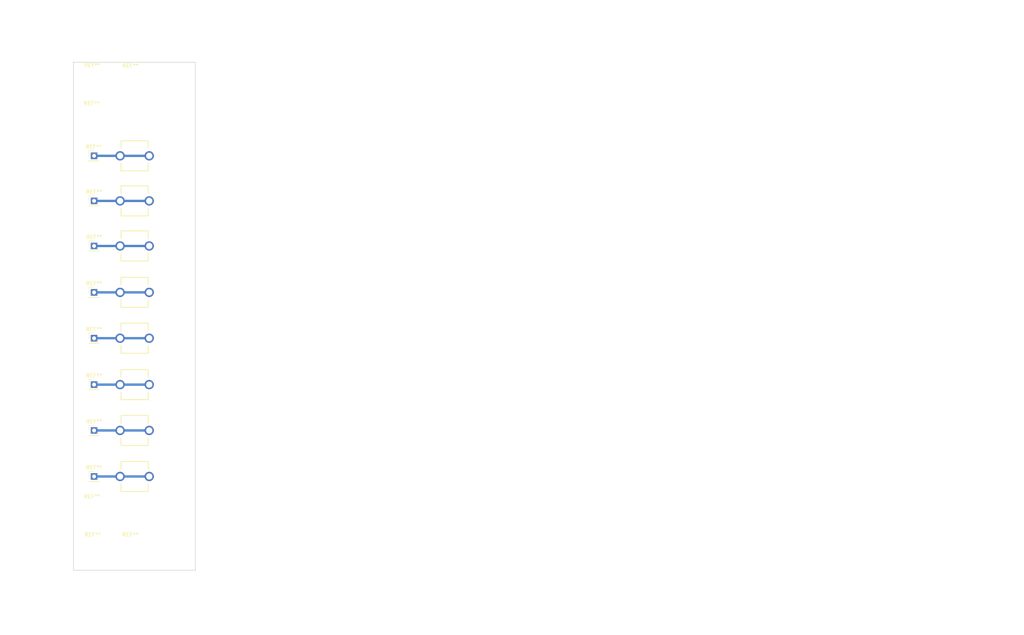
<source format=kicad_pcb>
(kicad_pcb (version 20170123) (host pcbnew "(2017-07-14 revision 22e95aa)-master")

  (general
    (thickness 1.6)
    (drawings 22)
    (tracks 20)
    (zones 0)
    (modules 22)
    (nets 1)
  )

  (page A4)
  (layers
    (0 F.Cu signal)
    (31 B.Cu signal)
    (32 B.Adhes user)
    (33 F.Adhes user)
    (34 B.Paste user)
    (35 F.Paste user)
    (36 B.SilkS user)
    (37 F.SilkS user)
    (38 B.Mask user)
    (39 F.Mask user)
    (40 Dwgs.User user)
    (41 Cmts.User user)
    (42 Eco1.User user)
    (43 Eco2.User user)
    (44 Edge.Cuts user)
    (45 Margin user)
    (46 B.CrtYd user)
    (47 F.CrtYd user)
    (48 B.Fab user)
    (49 F.Fab user)
  )

  (setup
    (last_trace_width 0.6)
    (trace_clearance 0.2)
    (zone_clearance 0.508)
    (zone_45_only no)
    (trace_min 0.2)
    (segment_width 0.2)
    (edge_width 0.15)
    (via_size 0.8)
    (via_drill 0.4)
    (via_min_size 0.4)
    (via_min_drill 0.3)
    (uvia_size 0.3)
    (uvia_drill 0.1)
    (uvias_allowed no)
    (uvia_min_size 0.2)
    (uvia_min_drill 0.1)
    (pcb_text_width 0.3)
    (pcb_text_size 1.5 1.5)
    (mod_edge_width 0.15)
    (mod_text_size 1 1)
    (mod_text_width 0.15)
    (pad_size 1.7 1.7)
    (pad_drill 1)
    (pad_to_mask_clearance 0.2)
    (aux_axis_origin 0 0)
    (visible_elements 7FFFFFFF)
    (pcbplotparams
      (layerselection 0x00030_ffffffff)
      (usegerberextensions false)
      (excludeedgelayer true)
      (linewidth 0.100000)
      (plotframeref false)
      (viasonmask false)
      (mode 1)
      (useauxorigin false)
      (hpglpennumber 1)
      (hpglpenspeed 20)
      (hpglpendiameter 15)
      (psnegative false)
      (psa4output false)
      (plotreference true)
      (plotvalue true)
      (plotinvisibletext false)
      (padsonsilk false)
      (subtractmaskfromsilk false)
      (outputformat 1)
      (mirror false)
      (drillshape 1)
      (scaleselection 1)
      (outputdirectory /root/projects/shift_register/core-crt-muon/muon_geiger/geiger_mounts/))
  )

  (net 0 "")

  (net_class Default "This is the default net class."
    (clearance 0.2)
    (trace_width 0.6)
    (via_dia 0.8)
    (via_drill 0.4)
    (uvia_dia 0.3)
    (uvia_drill 0.1)
  )

  (module Pin_Headers:Pin_Header_Straight_1x01_Pitch2.54mm (layer F.Cu) (tedit 59650532) (tstamp 598015D7)
    (at 36 144.55)
    (descr "Through hole straight pin header, 1x01, 2.54mm pitch, single row")
    (tags "Through hole pin header THT 1x01 2.54mm single row")
    (fp_text reference REF** (at 0 -2.33) (layer F.SilkS)
      (effects (font (size 1 1) (thickness 0.15)))
    )
    (fp_text value Pin_Header_Straight_1x01_Pitch2.54mm (at 0 2.33) (layer F.Fab)
      (effects (font (size 1 1) (thickness 0.15)))
    )
    (fp_text user %R (at 0 0 90) (layer F.Fab)
      (effects (font (size 1 1) (thickness 0.15)))
    )
    (fp_line (start 1.8 -1.8) (end -1.8 -1.8) (layer F.CrtYd) (width 0.05))
    (fp_line (start 1.8 1.8) (end 1.8 -1.8) (layer F.CrtYd) (width 0.05))
    (fp_line (start -1.8 1.8) (end 1.8 1.8) (layer F.CrtYd) (width 0.05))
    (fp_line (start -1.8 -1.8) (end -1.8 1.8) (layer F.CrtYd) (width 0.05))
    (fp_line (start -1.33 -1.33) (end 0 -1.33) (layer F.SilkS) (width 0.12))
    (fp_line (start -1.33 0) (end -1.33 -1.33) (layer F.SilkS) (width 0.12))
    (fp_line (start -1.33 1.27) (end 1.33 1.27) (layer F.SilkS) (width 0.12))
    (fp_line (start 1.33 1.27) (end 1.33 1.33) (layer F.SilkS) (width 0.12))
    (fp_line (start -1.33 1.27) (end -1.33 1.33) (layer F.SilkS) (width 0.12))
    (fp_line (start -1.33 1.33) (end 1.33 1.33) (layer F.SilkS) (width 0.12))
    (fp_line (start -1.27 -0.635) (end -0.635 -1.27) (layer F.Fab) (width 0.1))
    (fp_line (start -1.27 1.27) (end -1.27 -0.635) (layer F.Fab) (width 0.1))
    (fp_line (start 1.27 1.27) (end -1.27 1.27) (layer F.Fab) (width 0.1))
    (fp_line (start 1.27 -1.27) (end 1.27 1.27) (layer F.Fab) (width 0.1))
    (fp_line (start -0.635 -1.27) (end 1.27 -1.27) (layer F.Fab) (width 0.1))
    (pad 1 thru_hole rect (at 0 0) (size 1.7 1.7) (drill 1) (layers *.Cu *.Mask))
    (model ${KISYS3DMOD}/Pin_Headers.3dshapes/Pin_Header_Straight_1x01_Pitch2.54mm.wrl
      (at (xyz 0 0 0))
      (scale (xyz 1 1 1))
      (rotate (xyz 0 0 0))
    )
  )

  (module Pin_Headers:Pin_Header_Straight_1x01_Pitch2.54mm (layer F.Cu) (tedit 59650532) (tstamp 598015C2)
    (at 36 132.5)
    (descr "Through hole straight pin header, 1x01, 2.54mm pitch, single row")
    (tags "Through hole pin header THT 1x01 2.54mm single row")
    (fp_text reference REF** (at 0 -2.33) (layer F.SilkS)
      (effects (font (size 1 1) (thickness 0.15)))
    )
    (fp_text value Pin_Header_Straight_1x01_Pitch2.54mm (at 0 2.33) (layer F.Fab)
      (effects (font (size 1 1) (thickness 0.15)))
    )
    (fp_line (start -0.635 -1.27) (end 1.27 -1.27) (layer F.Fab) (width 0.1))
    (fp_line (start 1.27 -1.27) (end 1.27 1.27) (layer F.Fab) (width 0.1))
    (fp_line (start 1.27 1.27) (end -1.27 1.27) (layer F.Fab) (width 0.1))
    (fp_line (start -1.27 1.27) (end -1.27 -0.635) (layer F.Fab) (width 0.1))
    (fp_line (start -1.27 -0.635) (end -0.635 -1.27) (layer F.Fab) (width 0.1))
    (fp_line (start -1.33 1.33) (end 1.33 1.33) (layer F.SilkS) (width 0.12))
    (fp_line (start -1.33 1.27) (end -1.33 1.33) (layer F.SilkS) (width 0.12))
    (fp_line (start 1.33 1.27) (end 1.33 1.33) (layer F.SilkS) (width 0.12))
    (fp_line (start -1.33 1.27) (end 1.33 1.27) (layer F.SilkS) (width 0.12))
    (fp_line (start -1.33 0) (end -1.33 -1.33) (layer F.SilkS) (width 0.12))
    (fp_line (start -1.33 -1.33) (end 0 -1.33) (layer F.SilkS) (width 0.12))
    (fp_line (start -1.8 -1.8) (end -1.8 1.8) (layer F.CrtYd) (width 0.05))
    (fp_line (start -1.8 1.8) (end 1.8 1.8) (layer F.CrtYd) (width 0.05))
    (fp_line (start 1.8 1.8) (end 1.8 -1.8) (layer F.CrtYd) (width 0.05))
    (fp_line (start 1.8 -1.8) (end -1.8 -1.8) (layer F.CrtYd) (width 0.05))
    (fp_text user %R (at 0 0 90) (layer F.Fab)
      (effects (font (size 1 1) (thickness 0.15)))
    )
    (pad 1 thru_hole rect (at 0 0) (size 1.7 1.7) (drill 1) (layers *.Cu *.Mask))
    (model ${KISYS3DMOD}/Pin_Headers.3dshapes/Pin_Header_Straight_1x01_Pitch2.54mm.wrl
      (at (xyz 0 0 0))
      (scale (xyz 1 1 1))
      (rotate (xyz 0 0 0))
    )
  )

  (module Pin_Headers:Pin_Header_Straight_1x01_Pitch2.54mm (layer F.Cu) (tedit 59650532) (tstamp 598015AD)
    (at 36 120.5)
    (descr "Through hole straight pin header, 1x01, 2.54mm pitch, single row")
    (tags "Through hole pin header THT 1x01 2.54mm single row")
    (fp_text reference REF** (at 0 -2.33) (layer F.SilkS)
      (effects (font (size 1 1) (thickness 0.15)))
    )
    (fp_text value Pin_Header_Straight_1x01_Pitch2.54mm (at 0 2.33) (layer F.Fab)
      (effects (font (size 1 1) (thickness 0.15)))
    )
    (fp_text user %R (at 0 0 90) (layer F.Fab)
      (effects (font (size 1 1) (thickness 0.15)))
    )
    (fp_line (start 1.8 -1.8) (end -1.8 -1.8) (layer F.CrtYd) (width 0.05))
    (fp_line (start 1.8 1.8) (end 1.8 -1.8) (layer F.CrtYd) (width 0.05))
    (fp_line (start -1.8 1.8) (end 1.8 1.8) (layer F.CrtYd) (width 0.05))
    (fp_line (start -1.8 -1.8) (end -1.8 1.8) (layer F.CrtYd) (width 0.05))
    (fp_line (start -1.33 -1.33) (end 0 -1.33) (layer F.SilkS) (width 0.12))
    (fp_line (start -1.33 0) (end -1.33 -1.33) (layer F.SilkS) (width 0.12))
    (fp_line (start -1.33 1.27) (end 1.33 1.27) (layer F.SilkS) (width 0.12))
    (fp_line (start 1.33 1.27) (end 1.33 1.33) (layer F.SilkS) (width 0.12))
    (fp_line (start -1.33 1.27) (end -1.33 1.33) (layer F.SilkS) (width 0.12))
    (fp_line (start -1.33 1.33) (end 1.33 1.33) (layer F.SilkS) (width 0.12))
    (fp_line (start -1.27 -0.635) (end -0.635 -1.27) (layer F.Fab) (width 0.1))
    (fp_line (start -1.27 1.27) (end -1.27 -0.635) (layer F.Fab) (width 0.1))
    (fp_line (start 1.27 1.27) (end -1.27 1.27) (layer F.Fab) (width 0.1))
    (fp_line (start 1.27 -1.27) (end 1.27 1.27) (layer F.Fab) (width 0.1))
    (fp_line (start -0.635 -1.27) (end 1.27 -1.27) (layer F.Fab) (width 0.1))
    (pad 1 thru_hole rect (at 0 0) (size 1.7 1.7) (drill 1) (layers *.Cu *.Mask))
    (model ${KISYS3DMOD}/Pin_Headers.3dshapes/Pin_Header_Straight_1x01_Pitch2.54mm.wrl
      (at (xyz 0 0 0))
      (scale (xyz 1 1 1))
      (rotate (xyz 0 0 0))
    )
  )

  (module Pin_Headers:Pin_Header_Straight_1x01_Pitch2.54mm (layer F.Cu) (tedit 59650532) (tstamp 59801598)
    (at 36 108.35)
    (descr "Through hole straight pin header, 1x01, 2.54mm pitch, single row")
    (tags "Through hole pin header THT 1x01 2.54mm single row")
    (fp_text reference REF** (at 0 -2.33) (layer F.SilkS)
      (effects (font (size 1 1) (thickness 0.15)))
    )
    (fp_text value Pin_Header_Straight_1x01_Pitch2.54mm (at 0 2.33) (layer F.Fab)
      (effects (font (size 1 1) (thickness 0.15)))
    )
    (fp_line (start -0.635 -1.27) (end 1.27 -1.27) (layer F.Fab) (width 0.1))
    (fp_line (start 1.27 -1.27) (end 1.27 1.27) (layer F.Fab) (width 0.1))
    (fp_line (start 1.27 1.27) (end -1.27 1.27) (layer F.Fab) (width 0.1))
    (fp_line (start -1.27 1.27) (end -1.27 -0.635) (layer F.Fab) (width 0.1))
    (fp_line (start -1.27 -0.635) (end -0.635 -1.27) (layer F.Fab) (width 0.1))
    (fp_line (start -1.33 1.33) (end 1.33 1.33) (layer F.SilkS) (width 0.12))
    (fp_line (start -1.33 1.27) (end -1.33 1.33) (layer F.SilkS) (width 0.12))
    (fp_line (start 1.33 1.27) (end 1.33 1.33) (layer F.SilkS) (width 0.12))
    (fp_line (start -1.33 1.27) (end 1.33 1.27) (layer F.SilkS) (width 0.12))
    (fp_line (start -1.33 0) (end -1.33 -1.33) (layer F.SilkS) (width 0.12))
    (fp_line (start -1.33 -1.33) (end 0 -1.33) (layer F.SilkS) (width 0.12))
    (fp_line (start -1.8 -1.8) (end -1.8 1.8) (layer F.CrtYd) (width 0.05))
    (fp_line (start -1.8 1.8) (end 1.8 1.8) (layer F.CrtYd) (width 0.05))
    (fp_line (start 1.8 1.8) (end 1.8 -1.8) (layer F.CrtYd) (width 0.05))
    (fp_line (start 1.8 -1.8) (end -1.8 -1.8) (layer F.CrtYd) (width 0.05))
    (fp_text user %R (at 0 0 90) (layer F.Fab)
      (effects (font (size 1 1) (thickness 0.15)))
    )
    (pad 1 thru_hole rect (at 0 0) (size 1.7 1.7) (drill 1) (layers *.Cu *.Mask))
    (model ${KISYS3DMOD}/Pin_Headers.3dshapes/Pin_Header_Straight_1x01_Pitch2.54mm.wrl
      (at (xyz 0 0 0))
      (scale (xyz 1 1 1))
      (rotate (xyz 0 0 0))
    )
  )

  (module Pin_Headers:Pin_Header_Straight_1x01_Pitch2.54mm (layer F.Cu) (tedit 59650532) (tstamp 59801582)
    (at 36 96.35)
    (descr "Through hole straight pin header, 1x01, 2.54mm pitch, single row")
    (tags "Through hole pin header THT 1x01 2.54mm single row")
    (fp_text reference REF** (at 0 -2.33) (layer F.SilkS)
      (effects (font (size 1 1) (thickness 0.15)))
    )
    (fp_text value Pin_Header_Straight_1x01_Pitch2.54mm (at 0 2.33) (layer F.Fab)
      (effects (font (size 1 1) (thickness 0.15)))
    )
    (fp_text user %R (at 0 0 90) (layer F.Fab)
      (effects (font (size 1 1) (thickness 0.15)))
    )
    (fp_line (start 1.8 -1.8) (end -1.8 -1.8) (layer F.CrtYd) (width 0.05))
    (fp_line (start 1.8 1.8) (end 1.8 -1.8) (layer F.CrtYd) (width 0.05))
    (fp_line (start -1.8 1.8) (end 1.8 1.8) (layer F.CrtYd) (width 0.05))
    (fp_line (start -1.8 -1.8) (end -1.8 1.8) (layer F.CrtYd) (width 0.05))
    (fp_line (start -1.33 -1.33) (end 0 -1.33) (layer F.SilkS) (width 0.12))
    (fp_line (start -1.33 0) (end -1.33 -1.33) (layer F.SilkS) (width 0.12))
    (fp_line (start -1.33 1.27) (end 1.33 1.27) (layer F.SilkS) (width 0.12))
    (fp_line (start 1.33 1.27) (end 1.33 1.33) (layer F.SilkS) (width 0.12))
    (fp_line (start -1.33 1.27) (end -1.33 1.33) (layer F.SilkS) (width 0.12))
    (fp_line (start -1.33 1.33) (end 1.33 1.33) (layer F.SilkS) (width 0.12))
    (fp_line (start -1.27 -0.635) (end -0.635 -1.27) (layer F.Fab) (width 0.1))
    (fp_line (start -1.27 1.27) (end -1.27 -0.635) (layer F.Fab) (width 0.1))
    (fp_line (start 1.27 1.27) (end -1.27 1.27) (layer F.Fab) (width 0.1))
    (fp_line (start 1.27 -1.27) (end 1.27 1.27) (layer F.Fab) (width 0.1))
    (fp_line (start -0.635 -1.27) (end 1.27 -1.27) (layer F.Fab) (width 0.1))
    (pad 1 thru_hole rect (at 0 0) (size 1.7 1.7) (drill 1) (layers *.Cu *.Mask))
    (model ${KISYS3DMOD}/Pin_Headers.3dshapes/Pin_Header_Straight_1x01_Pitch2.54mm.wrl
      (at (xyz 0 0 0))
      (scale (xyz 1 1 1))
      (rotate (xyz 0 0 0))
    )
  )

  (module Pin_Headers:Pin_Header_Straight_1x01_Pitch2.54mm (layer F.Cu) (tedit 59650532) (tstamp 5980156D)
    (at 36 84.2)
    (descr "Through hole straight pin header, 1x01, 2.54mm pitch, single row")
    (tags "Through hole pin header THT 1x01 2.54mm single row")
    (fp_text reference REF** (at 0 -2.33) (layer F.SilkS)
      (effects (font (size 1 1) (thickness 0.15)))
    )
    (fp_text value Pin_Header_Straight_1x01_Pitch2.54mm (at 0 2.33) (layer F.Fab)
      (effects (font (size 1 1) (thickness 0.15)))
    )
    (fp_line (start -0.635 -1.27) (end 1.27 -1.27) (layer F.Fab) (width 0.1))
    (fp_line (start 1.27 -1.27) (end 1.27 1.27) (layer F.Fab) (width 0.1))
    (fp_line (start 1.27 1.27) (end -1.27 1.27) (layer F.Fab) (width 0.1))
    (fp_line (start -1.27 1.27) (end -1.27 -0.635) (layer F.Fab) (width 0.1))
    (fp_line (start -1.27 -0.635) (end -0.635 -1.27) (layer F.Fab) (width 0.1))
    (fp_line (start -1.33 1.33) (end 1.33 1.33) (layer F.SilkS) (width 0.12))
    (fp_line (start -1.33 1.27) (end -1.33 1.33) (layer F.SilkS) (width 0.12))
    (fp_line (start 1.33 1.27) (end 1.33 1.33) (layer F.SilkS) (width 0.12))
    (fp_line (start -1.33 1.27) (end 1.33 1.27) (layer F.SilkS) (width 0.12))
    (fp_line (start -1.33 0) (end -1.33 -1.33) (layer F.SilkS) (width 0.12))
    (fp_line (start -1.33 -1.33) (end 0 -1.33) (layer F.SilkS) (width 0.12))
    (fp_line (start -1.8 -1.8) (end -1.8 1.8) (layer F.CrtYd) (width 0.05))
    (fp_line (start -1.8 1.8) (end 1.8 1.8) (layer F.CrtYd) (width 0.05))
    (fp_line (start 1.8 1.8) (end 1.8 -1.8) (layer F.CrtYd) (width 0.05))
    (fp_line (start 1.8 -1.8) (end -1.8 -1.8) (layer F.CrtYd) (width 0.05))
    (fp_text user %R (at 0 0 90) (layer F.Fab)
      (effects (font (size 1 1) (thickness 0.15)))
    )
    (pad 1 thru_hole rect (at 0 0) (size 1.7 1.7) (drill 1) (layers *.Cu *.Mask))
    (model ${KISYS3DMOD}/Pin_Headers.3dshapes/Pin_Header_Straight_1x01_Pitch2.54mm.wrl
      (at (xyz 0 0 0))
      (scale (xyz 1 1 1))
      (rotate (xyz 0 0 0))
    )
  )

  (module Pin_Headers:Pin_Header_Straight_1x01_Pitch2.54mm (layer F.Cu) (tedit 59650532) (tstamp 59801551)
    (at 36 72.4)
    (descr "Through hole straight pin header, 1x01, 2.54mm pitch, single row")
    (tags "Through hole pin header THT 1x01 2.54mm single row")
    (fp_text reference REF** (at 0 -2.33) (layer F.SilkS)
      (effects (font (size 1 1) (thickness 0.15)))
    )
    (fp_text value Pin_Header_Straight_1x01_Pitch2.54mm (at 0 2.33) (layer F.Fab)
      (effects (font (size 1 1) (thickness 0.15)))
    )
    (fp_line (start -0.635 -1.27) (end 1.27 -1.27) (layer F.Fab) (width 0.1))
    (fp_line (start 1.27 -1.27) (end 1.27 1.27) (layer F.Fab) (width 0.1))
    (fp_line (start 1.27 1.27) (end -1.27 1.27) (layer F.Fab) (width 0.1))
    (fp_line (start -1.27 1.27) (end -1.27 -0.635) (layer F.Fab) (width 0.1))
    (fp_line (start -1.27 -0.635) (end -0.635 -1.27) (layer F.Fab) (width 0.1))
    (fp_line (start -1.33 1.33) (end 1.33 1.33) (layer F.SilkS) (width 0.12))
    (fp_line (start -1.33 1.27) (end -1.33 1.33) (layer F.SilkS) (width 0.12))
    (fp_line (start 1.33 1.27) (end 1.33 1.33) (layer F.SilkS) (width 0.12))
    (fp_line (start -1.33 1.27) (end 1.33 1.27) (layer F.SilkS) (width 0.12))
    (fp_line (start -1.33 0) (end -1.33 -1.33) (layer F.SilkS) (width 0.12))
    (fp_line (start -1.33 -1.33) (end 0 -1.33) (layer F.SilkS) (width 0.12))
    (fp_line (start -1.8 -1.8) (end -1.8 1.8) (layer F.CrtYd) (width 0.05))
    (fp_line (start -1.8 1.8) (end 1.8 1.8) (layer F.CrtYd) (width 0.05))
    (fp_line (start 1.8 1.8) (end 1.8 -1.8) (layer F.CrtYd) (width 0.05))
    (fp_line (start 1.8 -1.8) (end -1.8 -1.8) (layer F.CrtYd) (width 0.05))
    (fp_text user %R (at 0 0 90) (layer F.Fab)
      (effects (font (size 1 1) (thickness 0.15)))
    )
    (pad 1 thru_hole rect (at 0 0) (size 1.7 1.7) (drill 1) (layers *.Cu *.Mask))
    (model ${KISYS3DMOD}/Pin_Headers.3dshapes/Pin_Header_Straight_1x01_Pitch2.54mm.wrl
      (at (xyz 0 0 0))
      (scale (xyz 1 1 1))
      (rotate (xyz 0 0 0))
    )
  )

  (module FUSECLIP_PCMOUNT:FUSECLIP_PCMOUNT (layer F.Cu) (tedit 59763579) (tstamp 59773FC8)
    (at 42.8 132.5)
    (path FUSECLIP_PCMOUNT)
    (fp_text reference J3 (at 1.6 -3.45) (layer Eco1.User)
      (effects (font (size 1.778 1.778) (thickness 0.14224)))
    )
    (fp_text value "" (at 0 7.239) (layer Eco1.User)
      (effects (font (size 1.778 1.778) (thickness 0.14224)))
    )
    (fp_line (start 7.366 -3.937) (end 7.366 -1.905) (layer F.SilkS) (width 0.2032))
    (fp_line (start 0.254 -3.937) (end 0.254 -1.905) (layer F.SilkS) (width 0.2032))
    (fp_line (start 0.254 -3.937) (end 7.366 -3.937) (layer F.SilkS) (width 0.2032))
    (fp_line (start 0.254 1.905) (end 0.254 3.937) (layer F.SilkS) (width 0.2032))
    (fp_line (start 7.366 1.905) (end 7.366 3.937) (layer F.SilkS) (width 0.2032))
    (fp_line (start 0.254 3.937) (end 7.366 3.937) (layer F.SilkS) (width 0.2032))
    (pad 1 thru_hole oval (at 0 0) (size 2.4384 2.4384) (drill 1.6256) (layers *.Cu *.Mask))
    (pad 2 thru_hole oval (at 7.62 0) (size 2.4384 2.4384) (drill 1.6256) (layers *.Cu *.Mask))
  )

  (module FUSECLIP_PCMOUNT:FUSECLIP_PCMOUNT (layer F.Cu) (tedit 59763579) (tstamp 59773FBC)
    (at 42.8 120.5)
    (path FUSECLIP_PCMOUNT)
    (fp_text reference J3 (at 1.6 -3.45) (layer Eco1.User)
      (effects (font (size 1.778 1.778) (thickness 0.14224)))
    )
    (fp_text value "" (at 0 7.239) (layer Eco1.User)
      (effects (font (size 1.778 1.778) (thickness 0.14224)))
    )
    (fp_line (start 0.254 3.937) (end 7.366 3.937) (layer F.SilkS) (width 0.2032))
    (fp_line (start 7.366 1.905) (end 7.366 3.937) (layer F.SilkS) (width 0.2032))
    (fp_line (start 0.254 1.905) (end 0.254 3.937) (layer F.SilkS) (width 0.2032))
    (fp_line (start 0.254 -3.937) (end 7.366 -3.937) (layer F.SilkS) (width 0.2032))
    (fp_line (start 0.254 -3.937) (end 0.254 -1.905) (layer F.SilkS) (width 0.2032))
    (fp_line (start 7.366 -3.937) (end 7.366 -1.905) (layer F.SilkS) (width 0.2032))
    (pad 2 thru_hole oval (at 7.62 0) (size 2.4384 2.4384) (drill 1.6256) (layers *.Cu *.Mask))
    (pad 1 thru_hole oval (at 0 0) (size 2.4384 2.4384) (drill 1.6256) (layers *.Cu *.Mask))
  )

  (module FUSECLIP_PCMOUNT:FUSECLIP_PCMOUNT (layer F.Cu) (tedit 59763579) (tstamp 59773FB0)
    (at 42.8 108.35)
    (path FUSECLIP_PCMOUNT)
    (fp_text reference J3 (at 1.6 -3.45) (layer Eco1.User)
      (effects (font (size 1.778 1.778) (thickness 0.14224)))
    )
    (fp_text value "" (at 0 7.239) (layer Eco1.User)
      (effects (font (size 1.778 1.778) (thickness 0.14224)))
    )
    (fp_line (start 7.366 -3.937) (end 7.366 -1.905) (layer F.SilkS) (width 0.2032))
    (fp_line (start 0.254 -3.937) (end 0.254 -1.905) (layer F.SilkS) (width 0.2032))
    (fp_line (start 0.254 -3.937) (end 7.366 -3.937) (layer F.SilkS) (width 0.2032))
    (fp_line (start 0.254 1.905) (end 0.254 3.937) (layer F.SilkS) (width 0.2032))
    (fp_line (start 7.366 1.905) (end 7.366 3.937) (layer F.SilkS) (width 0.2032))
    (fp_line (start 0.254 3.937) (end 7.366 3.937) (layer F.SilkS) (width 0.2032))
    (pad 1 thru_hole oval (at 0 0) (size 2.4384 2.4384) (drill 1.6256) (layers *.Cu *.Mask))
    (pad 2 thru_hole oval (at 7.62 0) (size 2.4384 2.4384) (drill 1.6256) (layers *.Cu *.Mask))
  )

  (module FUSECLIP_PCMOUNT:FUSECLIP_PCMOUNT (layer F.Cu) (tedit 59763579) (tstamp 59773FA4)
    (at 42.8 96.35)
    (path FUSECLIP_PCMOUNT)
    (fp_text reference J3 (at 1.6 -3.45) (layer Eco1.User)
      (effects (font (size 1.778 1.778) (thickness 0.14224)))
    )
    (fp_text value "" (at 0 7.239) (layer Eco1.User)
      (effects (font (size 1.778 1.778) (thickness 0.14224)))
    )
    (fp_line (start 0.254 3.937) (end 7.366 3.937) (layer F.SilkS) (width 0.2032))
    (fp_line (start 7.366 1.905) (end 7.366 3.937) (layer F.SilkS) (width 0.2032))
    (fp_line (start 0.254 1.905) (end 0.254 3.937) (layer F.SilkS) (width 0.2032))
    (fp_line (start 0.254 -3.937) (end 7.366 -3.937) (layer F.SilkS) (width 0.2032))
    (fp_line (start 0.254 -3.937) (end 0.254 -1.905) (layer F.SilkS) (width 0.2032))
    (fp_line (start 7.366 -3.937) (end 7.366 -1.905) (layer F.SilkS) (width 0.2032))
    (pad 2 thru_hole oval (at 7.62 0) (size 2.4384 2.4384) (drill 1.6256) (layers *.Cu *.Mask))
    (pad 1 thru_hole oval (at 0 0) (size 2.4384 2.4384) (drill 1.6256) (layers *.Cu *.Mask))
  )

  (module FUSECLIP_PCMOUNT:FUSECLIP_PCMOUNT (layer F.Cu) (tedit 59763579) (tstamp 59773F98)
    (at 42.8 84.2)
    (path FUSECLIP_PCMOUNT)
    (fp_text reference J3 (at 1.6 -3.45) (layer Eco1.User)
      (effects (font (size 1.778 1.778) (thickness 0.14224)))
    )
    (fp_text value "" (at 0 7.239) (layer Eco1.User)
      (effects (font (size 1.778 1.778) (thickness 0.14224)))
    )
    (fp_line (start 7.366 -3.937) (end 7.366 -1.905) (layer F.SilkS) (width 0.2032))
    (fp_line (start 0.254 -3.937) (end 0.254 -1.905) (layer F.SilkS) (width 0.2032))
    (fp_line (start 0.254 -3.937) (end 7.366 -3.937) (layer F.SilkS) (width 0.2032))
    (fp_line (start 0.254 1.905) (end 0.254 3.937) (layer F.SilkS) (width 0.2032))
    (fp_line (start 7.366 1.905) (end 7.366 3.937) (layer F.SilkS) (width 0.2032))
    (fp_line (start 0.254 3.937) (end 7.366 3.937) (layer F.SilkS) (width 0.2032))
    (pad 1 thru_hole oval (at 0 0) (size 2.4384 2.4384) (drill 1.6256) (layers *.Cu *.Mask))
    (pad 2 thru_hole oval (at 7.62 0) (size 2.4384 2.4384) (drill 1.6256) (layers *.Cu *.Mask))
  )

  (module FUSECLIP_PCMOUNT:FUSECLIP_PCMOUNT (layer F.Cu) (tedit 59763579) (tstamp 59773F8C)
    (at 42.8 72.4)
    (path FUSECLIP_PCMOUNT)
    (fp_text reference J3 (at 1.6 -3.45) (layer Eco1.User)
      (effects (font (size 1.778 1.778) (thickness 0.14224)))
    )
    (fp_text value "" (at 0 7.239) (layer Eco1.User)
      (effects (font (size 1.778 1.778) (thickness 0.14224)))
    )
    (fp_line (start 0.254 3.937) (end 7.366 3.937) (layer F.SilkS) (width 0.2032))
    (fp_line (start 7.366 1.905) (end 7.366 3.937) (layer F.SilkS) (width 0.2032))
    (fp_line (start 0.254 1.905) (end 0.254 3.937) (layer F.SilkS) (width 0.2032))
    (fp_line (start 0.254 -3.937) (end 7.366 -3.937) (layer F.SilkS) (width 0.2032))
    (fp_line (start 0.254 -3.937) (end 0.254 -1.905) (layer F.SilkS) (width 0.2032))
    (fp_line (start 7.366 -3.937) (end 7.366 -1.905) (layer F.SilkS) (width 0.2032))
    (pad 2 thru_hole oval (at 7.62 0) (size 2.4384 2.4384) (drill 1.6256) (layers *.Cu *.Mask))
    (pad 1 thru_hole oval (at 0 0) (size 2.4384 2.4384) (drill 1.6256) (layers *.Cu *.Mask))
  )

  (module FUSECLIP_PCMOUNT:FUSECLIP_PCMOUNT (layer F.Cu) (tedit 59763A1F) (tstamp 5976FA54)
    (at 42.8 144.55)
    (path FUSECLIP_PCMOUNT)
    (fp_text reference J3 (at 2.9 -2.4) (layer Eco1.User)
      (effects (font (size 1.778 1.778) (thickness 0.14224)))
    )
    (fp_text value "" (at 0 7.239) (layer Eco1.User)
      (effects (font (size 1.778 1.778) (thickness 0.14224)))
    )
    (fp_line (start 0.254 3.937) (end 7.366 3.937) (layer F.SilkS) (width 0.2032))
    (fp_line (start 7.366 1.905) (end 7.366 3.937) (layer F.SilkS) (width 0.2032))
    (fp_line (start 0.254 1.905) (end 0.254 3.937) (layer F.SilkS) (width 0.2032))
    (fp_line (start 0.254 -3.937) (end 7.366 -3.937) (layer F.SilkS) (width 0.2032))
    (fp_line (start 0.254 -3.937) (end 0.254 -1.905) (layer F.SilkS) (width 0.2032))
    (fp_line (start 7.366 -3.937) (end 7.366 -1.905) (layer F.SilkS) (width 0.2032))
    (pad 2 thru_hole oval (at 7.62 0) (size 2.4384 2.4384) (drill 1.6256) (layers *.Cu *.Mask))
    (pad 1 thru_hole oval (at 0 0) (size 2.4384 2.4384) (drill 1.6256) (layers *.Cu *.Mask))
  )

  (module Mounting_Holes:MountingHole_3.2mm_M3 (layer F.Cu) (tedit 5977093E) (tstamp 59EAF19E)
    (at 35.5 154)
    (descr "Mounting Hole 3.2mm, no annular, M3")
    (tags "mounting hole 3.2mm no annular m3")
    (fp_text reference REF** (at 0 -4.2) (layer F.SilkS)
      (effects (font (size 1 1) (thickness 0.15)))
    )
    (fp_text value MountingHole_3.2mm_M3 (at 0 4.2) (layer F.Fab)
      (effects (font (size 1 1) (thickness 0.15)))
    )
    (fp_circle (center 0 0) (end 3.45 0) (layer F.CrtYd) (width 0.05))
    (fp_circle (center 0 0) (end 3.2 0) (layer Cmts.User) (width 0.15))
    (pad "" np_thru_hole circle (at 0 0) (size 3.2 3.2) (drill 3.2) (layers *.Cu *.Mask))
  )

  (module Mounting_Holes:MountingHole_3.2mm_M3 (layer F.Cu) (tedit 59770816) (tstamp 59EAF197)
    (at 35.4 51.1)
    (descr "Mounting Hole 3.2mm, no annular, M3")
    (tags "mounting hole 3.2mm no annular m3")
    (fp_text reference REF** (at 0 -4.2) (layer F.SilkS)
      (effects (font (size 1 1) (thickness 0.15)))
    )
    (fp_text value MountingHole_3.2mm_M3 (at 0 4.2) (layer F.Fab)
      (effects (font (size 1 1) (thickness 0.15)))
    )
    (fp_circle (center 0 0) (end 3.2 0) (layer Cmts.User) (width 0.15))
    (fp_circle (center 0 0) (end 3.45 0) (layer F.CrtYd) (width 0.05))
    (pad "" np_thru_hole circle (at 0.1 0) (size 3.2 3.2) (drill 3.2) (layers *.Cu *.Mask))
  )

  (module Mounting_Holes:MountingHole_3.2mm_M3 (layer F.Cu) (tedit 5977094A) (tstamp 59EAEC01)
    (at 45.5 164)
    (descr "Mounting Hole 3.2mm, no annular, M3")
    (tags "mounting hole 3.2mm no annular m3")
    (fp_text reference REF** (at 0 -4.2) (layer F.SilkS)
      (effects (font (size 1 1) (thickness 0.15)))
    )
    (fp_text value MountingHole_3.2mm_M3 (at 0 4.2) (layer F.Fab)
      (effects (font (size 1 1) (thickness 0.15)))
    )
    (fp_circle (center 0 0) (end 3.45 0) (layer F.CrtYd) (width 0.05))
    (fp_circle (center 0 0) (end 3.2 0) (layer Cmts.User) (width 0.15))
    (pad "" np_thru_hole circle (at 0 0) (size 3.2 3.2) (drill 3.2) (layers *.Cu *.Mask))
  )

  (module Mounting_Holes:MountingHole_3.2mm_M3 (layer F.Cu) (tedit 56D1B4CB) (tstamp 59EAEBFA)
    (at 35.5 41.1)
    (descr "Mounting Hole 3.2mm, no annular, M3")
    (tags "mounting hole 3.2mm no annular m3")
    (fp_text reference REF** (at 0 -4.2) (layer F.SilkS)
      (effects (font (size 1 1) (thickness 0.15)))
    )
    (fp_text value MountingHole_3.2mm_M3 (at 0 4.2) (layer F.Fab)
      (effects (font (size 1 1) (thickness 0.15)))
    )
    (fp_circle (center 0 0) (end 3.2 0) (layer Cmts.User) (width 0.15))
    (fp_circle (center 0 0) (end 3.45 0) (layer F.CrtYd) (width 0.05))
    (pad 1 np_thru_hole circle (at 0 0) (size 3.2 3.2) (drill 3.2) (layers *.Cu *.Mask))
  )

  (module Mounting_Holes:MountingHole_3.2mm_M3 (layer F.Cu) (tedit 59770944) (tstamp 59EAEBF3)
    (at 35.65 164)
    (descr "Mounting Hole 3.2mm, no annular, M3")
    (tags "mounting hole 3.2mm no annular m3")
    (fp_text reference REF** (at 0 -4.2) (layer F.SilkS)
      (effects (font (size 1 1) (thickness 0.15)))
    )
    (fp_text value MountingHole_3.2mm_M3 (at 0 4.2) (layer F.Fab)
      (effects (font (size 1 1) (thickness 0.15)))
    )
    (fp_circle (center 0 0) (end 3.2 0) (layer Cmts.User) (width 0.15))
    (fp_circle (center 0 0) (end 3.45 0) (layer F.CrtYd) (width 0.05))
    (pad "" np_thru_hole circle (at -0.15 0) (size 3.2 3.2) (drill 3.2) (layers *.Cu *.Mask))
  )

  (module FUSECLIP_PCMOUNT:FUSECLIP_PCMOUNT (layer F.Cu) (tedit 59763579) (tstamp 59CC7D5A)
    (at 42.8 60.6)
    (path FUSECLIP_PCMOUNT)
    (fp_text reference J3 (at 1.6 -3.45) (layer Eco1.User)
      (effects (font (size 1.778 1.778) (thickness 0.14224)))
    )
    (fp_text value "" (at 0 7.239) (layer Eco1.User)
      (effects (font (size 1.778 1.778) (thickness 0.14224)))
    )
    (fp_line (start 7.366 -3.937) (end 7.366 -1.905) (layer F.SilkS) (width 0.2032))
    (fp_line (start 0.254 -3.937) (end 0.254 -1.905) (layer F.SilkS) (width 0.2032))
    (fp_line (start 0.254 -3.937) (end 7.366 -3.937) (layer F.SilkS) (width 0.2032))
    (fp_line (start 0.254 1.905) (end 0.254 3.937) (layer F.SilkS) (width 0.2032))
    (fp_line (start 7.366 1.905) (end 7.366 3.937) (layer F.SilkS) (width 0.2032))
    (fp_line (start 0.254 3.937) (end 7.366 3.937) (layer F.SilkS) (width 0.2032))
    (pad 1 thru_hole oval (at 0 0) (size 2.4384 2.4384) (drill 1.6256) (layers *.Cu *.Mask))
    (pad 2 thru_hole oval (at 7.62 0) (size 2.4384 2.4384) (drill 1.6256) (layers *.Cu *.Mask))
  )

  (module Mounting_Holes:MountingHole_3.2mm_M3 (layer F.Cu) (tedit 59770805) (tstamp 59EAE6A3)
    (at 45.5 41.2)
    (descr "Mounting Hole 3.2mm, no annular, M3")
    (tags "mounting hole 3.2mm no annular m3")
    (fp_text reference REF** (at 0 -4.2) (layer F.SilkS)
      (effects (font (size 1 1) (thickness 0.15)))
    )
    (fp_text value MountingHole_3.2mm_M3 (at 0 4.2) (layer F.Fab)
      (effects (font (size 1 1) (thickness 0.15)))
    )
    (fp_circle (center 0 0) (end 3.45 0) (layer F.CrtYd) (width 0.05))
    (fp_circle (center 0 0) (end 3.2 0) (layer Cmts.User) (width 0.15))
    (pad "" np_thru_hole circle (at 0 -0.1) (size 3.2 3.2) (drill 3.2) (layers *.Cu *.Mask))
  )

  (module Pin_Headers:Pin_Header_Straight_1x01_Pitch2.54mm (layer F.Cu) (tedit 59770972) (tstamp 59800DBB)
    (at 35.9 60.6)
    (descr "Through hole straight pin header, 1x01, 2.54mm pitch, single row")
    (tags "Through hole pin header THT 1x01 2.54mm single row")
    (fp_text reference REF** (at 0 -2.33) (layer F.SilkS)
      (effects (font (size 1 1) (thickness 0.15)))
    )
    (fp_text value Pin_Header_Straight_1x01_Pitch2.54mm (at 0 2.33) (layer F.Fab)
      (effects (font (size 1 1) (thickness 0.15)))
    )
    (fp_text user %R (at 0 0 90) (layer F.Fab)
      (effects (font (size 1 1) (thickness 0.15)))
    )
    (fp_line (start 1.8 -1.8) (end -1.8 -1.8) (layer F.CrtYd) (width 0.05))
    (fp_line (start 1.8 1.8) (end 1.8 -1.8) (layer F.CrtYd) (width 0.05))
    (fp_line (start -1.8 1.8) (end 1.8 1.8) (layer F.CrtYd) (width 0.05))
    (fp_line (start -1.8 -1.8) (end -1.8 1.8) (layer F.CrtYd) (width 0.05))
    (fp_line (start -1.33 -1.33) (end 0 -1.33) (layer F.SilkS) (width 0.12))
    (fp_line (start -1.33 0) (end -1.33 -1.33) (layer F.SilkS) (width 0.12))
    (fp_line (start -1.33 1.27) (end 1.33 1.27) (layer F.SilkS) (width 0.12))
    (fp_line (start 1.33 1.27) (end 1.33 1.33) (layer F.SilkS) (width 0.12))
    (fp_line (start -1.33 1.27) (end -1.33 1.33) (layer F.SilkS) (width 0.12))
    (fp_line (start -1.33 1.33) (end 1.33 1.33) (layer F.SilkS) (width 0.12))
    (fp_line (start -1.27 -0.635) (end -0.635 -1.27) (layer F.Fab) (width 0.1))
    (fp_line (start -1.27 1.27) (end -1.27 -0.635) (layer F.Fab) (width 0.1))
    (fp_line (start 1.27 1.27) (end -1.27 1.27) (layer F.Fab) (width 0.1))
    (fp_line (start 1.27 -1.27) (end 1.27 1.27) (layer F.Fab) (width 0.1))
    (fp_line (start -0.635 -1.27) (end 1.27 -1.27) (layer F.Fab) (width 0.1))
    (pad 1 thru_hole rect (at 0.1 0) (size 1.7 1.7) (drill 1) (layers *.Cu *.Mask))
    (model ${KISYS3DMOD}/Pin_Headers.3dshapes/Pin_Header_Straight_1x01_Pitch2.54mm.wrl
      (at (xyz 0 0 0))
      (scale (xyz 1 1 1))
      (rotate (xyz 0 0 0))
    )
  )

  (dimension 133 (width 0.3) (layer Dwgs.User)
    (gr_text "133.000 mm" (at 83.649999 102.65 270) (layer Dwgs.User) (tstamp 59770802)
      (effects (font (size 1.5 1.5) (thickness 0.3)))
    )
    (feature1 (pts (xy 62.55 169.15) (xy 84.999999 169.15)))
    (feature2 (pts (xy 62.55 36.15) (xy 84.999999 36.15)))
    (crossbar (pts (xy 82.299999 36.15) (xy 82.299999 169.15)))
    (arrow1a (pts (xy 82.299999 169.15) (xy 81.713578 168.023496)))
    (arrow1b (pts (xy 82.299999 169.15) (xy 82.88642 168.023496)))
    (arrow2a (pts (xy 82.299999 36.15) (xy 81.713578 37.276504)))
    (arrow2b (pts (xy 82.299999 36.15) (xy 82.88642 37.276504)))
  )
  (dimension 93.050013 (width 0.3) (layer Dwgs.User)
    (gr_text "93.050 mm" (at 70.775026 102.527203 89.96921237) (layer Dwgs.User) (tstamp 59770803)
      (effects (font (size 1.5 1.5) (thickness 0.3)))
    )
    (feature1 (pts (xy 66.65 149.05) (xy 72.100026 149.052929)))
    (feature2 (pts (xy 66.7 56) (xy 72.150026 56.002929)))
    (crossbar (pts (xy 69.450026 56.001478) (xy 69.400026 149.051478)))
    (arrow1a (pts (xy 69.400026 149.051478) (xy 68.814211 147.924659)))
    (arrow1b (pts (xy 69.400026 149.051478) (xy 69.987052 147.92529)))
    (arrow2a (pts (xy 69.450026 56.001478) (xy 68.863 57.127666)))
    (arrow2b (pts (xy 69.450026 56.001478) (xy 70.035841 57.128297)))
  )
  (gr_line (start 62.5 149) (end 145.35 149) (angle 90) (layer Dwgs.User) (width 0.2))
  (gr_line (start 62.4 56.05) (end 279.2 56.05) (angle 90) (layer Dwgs.User) (width 0.2))
  (gr_line (start 62.35 149.05) (end 30.6 149.05) (angle 90) (layer Dwgs.User) (width 0.2))
  (gr_line (start 30.7 169.1) (end 62.55 169.1) (angle 90) (layer Edge.Cuts) (width 0.15))
  (dimension 15.000083 (width 0.3) (layer Dwgs.User)
    (gr_text "15.000 mm" (at 14.070729 43.721014 -89.80901478) (layer Dwgs.User) (tstamp 59770804)
      (effects (font (size 1.5 1.5) (thickness 0.3)))
    )
    (feature1 (pts (xy 35.35 36.15) (xy 12.695737 36.225514)))
    (feature2 (pts (xy 35.4 51.15) (xy 12.745737 51.225514)))
    (crossbar (pts (xy 15.445722 51.216514) (xy 15.395722 36.216514)))
    (arrow1a (pts (xy 15.395722 36.216514) (xy 15.985894 37.341057)))
    (arrow1b (pts (xy 15.395722 36.216514) (xy 14.81306 37.344966)))
    (arrow2a (pts (xy 15.445722 51.216514) (xy 16.028384 50.088062)))
    (arrow2b (pts (xy 15.445722 51.216514) (xy 14.85555 50.091971)))
  )
  (dimension 15.000333 (width 0.3) (layer Dwgs.User)
    (gr_text "15.000 mm" (at 38.180639 21.654174 -0.3819662047) (layer Dwgs.User) (tstamp 59770805)
      (effects (font (size 1.5 1.5) (thickness 0.3)))
    )
    (feature1 (pts (xy 30.55 41.2) (xy 30.689639 20.254204)))
    (feature2 (pts (xy 45.55 41.3) (xy 45.689639 20.354204)))
    (crossbar (pts (xy 45.671639 23.054144) (xy 30.671639 22.954144)))
    (arrow1a (pts (xy 30.671639 22.954144) (xy 31.802027 22.375246)))
    (arrow1b (pts (xy 30.671639 22.954144) (xy 31.794208 23.548062)))
    (arrow2a (pts (xy 45.671639 23.054144) (xy 44.54907 22.460226)))
    (arrow2b (pts (xy 45.671639 23.054144) (xy 44.541251 23.633042)))
  )
  (dimension 5 (width 0.3) (layer Dwgs.User)
    (gr_text "5.000 mm" (at 32.95 28.100001) (layer Dwgs.User) (tstamp 59770806)
      (effects (font (size 1.5 1.5) (thickness 0.3)))
    )
    (feature1 (pts (xy 30.45 41.15) (xy 30.45 26.750001)))
    (feature2 (pts (xy 35.45 41.15) (xy 35.45 26.750001)))
    (crossbar (pts (xy 35.45 29.450001) (xy 30.45 29.450001)))
    (arrow1a (pts (xy 30.45 29.450001) (xy 31.576504 28.86358)))
    (arrow1b (pts (xy 30.45 29.450001) (xy 31.576504 30.036422)))
    (arrow2a (pts (xy 35.45 29.450001) (xy 34.323496 28.86358)))
    (arrow2b (pts (xy 35.45 29.450001) (xy 34.323496 30.036422)))
  )
  (dimension 5 (width 0.3) (layer Dwgs.User)
    (gr_text "5.000 mm" (at 20.7 38.65 90) (layer Dwgs.User) (tstamp 59770807)
      (effects (font (size 1.5 1.5) (thickness 0.3)))
    )
    (feature1 (pts (xy 35.45 36.15) (xy 19.35 36.15)))
    (feature2 (pts (xy 35.45 41.15) (xy 19.35 41.15)))
    (crossbar (pts (xy 22.05 41.15) (xy 22.05 36.15)))
    (arrow1a (pts (xy 22.05 36.15) (xy 22.636421 37.276504)))
    (arrow1b (pts (xy 22.05 36.15) (xy 21.463579 37.276504)))
    (arrow2a (pts (xy 22.05 41.15) (xy 22.636421 40.023496)))
    (arrow2b (pts (xy 22.05 41.15) (xy 21.463579 40.023496)))
  )
  (dimension 12.000104 (width 0.3) (layer Dwgs.User)
    (gr_text "12.000 mm" (at 56.467917 28.375122 0.2387310331) (layer Dwgs.User) (tstamp 59770808)
      (effects (font (size 1.5 1.5) (thickness 0.3)))
    )
    (feature1 (pts (xy 62.5 36.05) (xy 62.462292 27.000134)))
    (feature2 (pts (xy 50.5 36.1) (xy 50.462292 27.050134)))
    (crossbar (pts (xy 50.473542 29.750111) (xy 62.473542 29.700111)))
    (arrow1a (pts (xy 62.473542 29.700111) (xy 61.349491 30.29122)))
    (arrow1b (pts (xy 62.473542 29.700111) (xy 61.344605 29.118389)))
    (arrow2a (pts (xy 50.473542 29.750111) (xy 51.602479 30.331833)))
    (arrow2b (pts (xy 50.473542 29.750111) (xy 51.597593 29.159002)))
  )
  (dimension 20.00025 (width 0.3) (layer Dwgs.User)
    (gr_text "20.000 mm" (at 24.497385 46.069737 89.71352349) (layer Dwgs.User) (tstamp 59770809)
      (effects (font (size 1.5 1.5) (thickness 0.3)))
    )
    (feature1 (pts (xy 30.5 56.1) (xy 23.097402 56.062987)))
    (feature2 (pts (xy 30.6 36.1) (xy 23.197402 36.062987)))
    (crossbar (pts (xy 25.897368 36.076487) (xy 25.797368 56.076487)))
    (arrow1a (pts (xy 25.797368 56.076487) (xy 25.216587 54.947065)))
    (arrow1b (pts (xy 25.797368 56.076487) (xy 26.389414 54.952929)))
    (arrow2a (pts (xy 25.897368 36.076487) (xy 25.305322 37.200045)))
    (arrow2b (pts (xy 25.897368 36.076487) (xy 26.478149 37.205909)))
  )
  (dimension 20.000062 (width 0.3) (layer Dwgs.User)
    (gr_text "20.000 mm" (at 40.60925 32.375019 359.8567608) (layer Dwgs.User) (tstamp 5977080A)
      (effects (font (size 1.5 1.5) (thickness 0.3)))
    )
    (feature1 (pts (xy 50.6 36.1) (xy 50.612625 31.050023)))
    (feature2 (pts (xy 30.6 36.05) (xy 30.612625 31.000023)))
    (crossbar (pts (xy 30.605875 33.700015) (xy 50.605875 33.750015)))
    (arrow1a (pts (xy 50.605875 33.750015) (xy 49.477909 34.333618)))
    (arrow1b (pts (xy 50.605875 33.750015) (xy 49.480841 33.16078)))
    (arrow2a (pts (xy 30.605875 33.700015) (xy 31.730909 34.28925)))
    (arrow2b (pts (xy 30.605875 33.700015) (xy 31.733841 33.116412)))
  )
  (gr_line (start 50.4 56.1) (end 62.4 56.1) (angle 90) (layer Dwgs.User) (width 0.2))
  (gr_line (start 50.5 166.1) (end 50.5 56.2) (angle 90) (layer Dwgs.User) (width 0.2))
  (gr_line (start 50.5 166.1) (end 50.5 186) (angle 90) (layer Dwgs.User) (width 0.2))
  (gr_line (start 50.5 56.1) (end 30.5 56.1) (angle 90) (layer Dwgs.User) (width 0.2))
  (gr_line (start 50.5 36.1) (end 50.5 56.1) (angle 90) (layer Dwgs.User) (width 0.2))
  (gr_line (start 30.5 36.1) (end 50.5 36.1) (angle 90) (layer Dwgs.User) (width 0.2))
  (gr_line (start 30.6 169.1) (end 30.6 36) (angle 90) (layer Edge.Cuts) (width 0.15))
  (gr_line (start 62.5 36.1) (end 62.5 169.1) (angle 90) (layer Edge.Cuts) (width 0.15))
  (gr_line (start 30.5 36.1) (end 62.5 36.1) (angle 90) (layer Edge.Cuts) (width 0.15))

  (segment (start 36 144.55) (end 50.42 144.55) (width 0.6) (layer B.Cu) (net 0) (status C00000))
  (segment (start 50.42 132.5) (end 36 132.5) (width 0.6) (layer B.Cu) (net 0) (status C00000))
  (segment (start 42.8 120.5) (end 50.42 120.5) (width 0.6) (layer B.Cu) (net 0) (status C00000))
  (segment (start 36 120.5) (end 42.8 120.5) (width 0.6) (layer B.Cu) (net 0) (status C00000))
  (segment (start 36 108.35) (end 42.8 108.35) (width 0.6) (layer B.Cu) (net 0) (status C00000))
  (segment (start 36 96.35) (end 50.42 96.35) (width 0.6) (layer B.Cu) (net 0) (status C00000))
  (segment (start 36 84.2) (end 42.8 84.2) (width 0.6) (layer B.Cu) (net 0) (status C00000))
  (segment (start 36 72.4) (end 42.8 72.4) (width 0.6) (layer B.Cu) (net 0) (status C00000))
  (segment (start 36 60.6) (end 42.8 60.6) (width 0.6) (layer B.Cu) (net 0) (status C00000))
  (segment (start 50.37 144.45) (end 50.47 144.55) (width 0.6) (layer B.Cu) (net 0) (tstamp 598015FC) (status C00000))
  (segment (start 50.32 132.45) (end 50.37 132.5) (width 0.6) (layer B.Cu) (net 0) (tstamp 598015FA) (status C00000))
  (segment (start 42.75 108.3) (end 42.8 108.35) (width 0.6) (layer B.Cu) (net 0) (tstamp 598015F5) (status C00000))
  (segment (start 42.8 108.35) (end 50.42 108.35) (width 0.6) (layer B.Cu) (net 0) (tstamp 598015F6) (status C00000))
  (segment (start 50.22 96.55) (end 50.42 96.35) (width 0.6) (layer B.Cu) (net 0) (tstamp 598015F3) (status C00000))
  (segment (start 42.75 84.2) (end 50.37 84.2) (width 0.6) (layer B.Cu) (net 0) (status C00000))
  (segment (start 42.85 72.4) (end 50.47 72.4) (width 0.6) (layer B.Cu) (net 0) (status C00000))
  (segment (start 42.85 60.6) (end 50.47 60.6) (width 0.6) (layer B.Cu) (net 0) (status C00000))
  (segment (start 42.4 84.55) (end 42.75 84.2) (width 0.6) (layer B.Cu) (net 0) (tstamp 598015EB) (status C00000))
  (segment (start 42.75 72.3) (end 42.85 72.4) (width 0.6) (layer B.Cu) (net 0) (tstamp 59801567) (status C00000))
  (segment (start 42.55 60.9) (end 42.85 60.6) (width 0.6) (layer B.Cu) (net 0) (tstamp 59801565) (status C00000))

)

</source>
